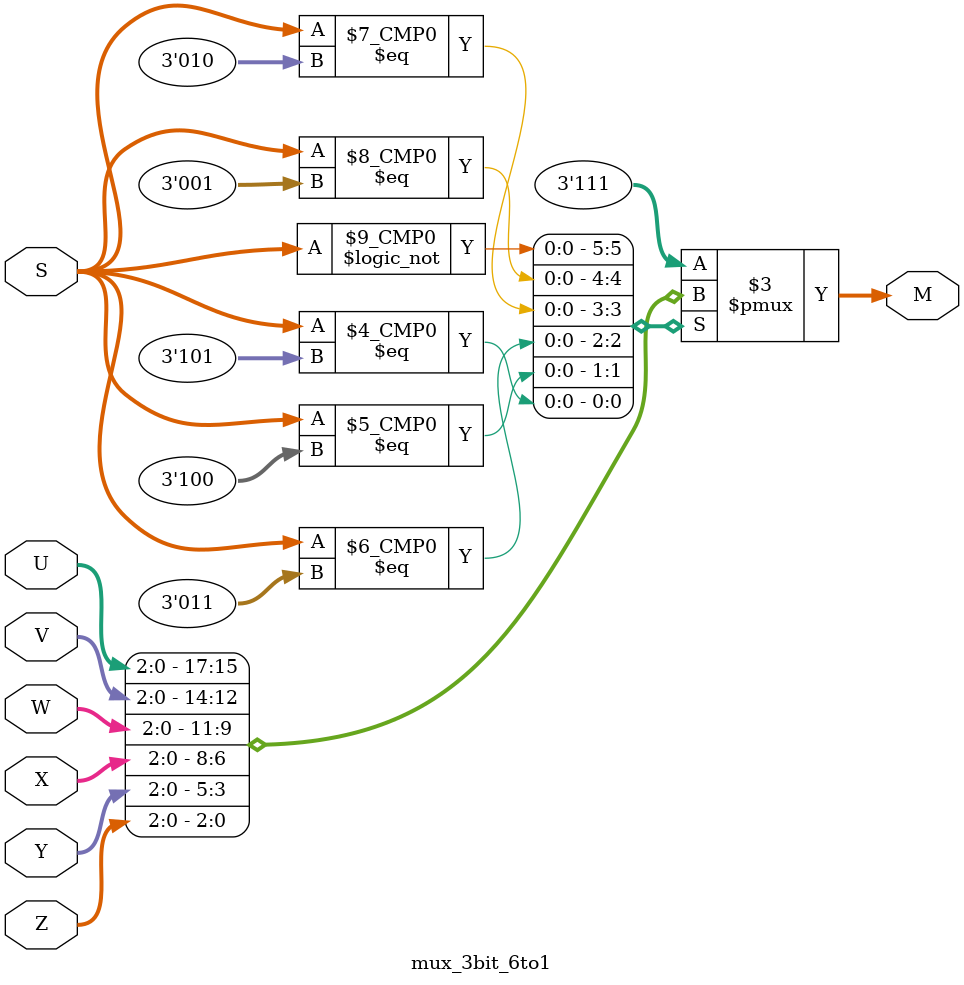
<source format=v>
module mux_3bit_6to1 (S, U, V, W, X, Y, Z, M);
	input [2:0] S, U, V, W, X, Y, Z;
	output reg [2:0] M;
	 // 입력
	always @(S, U, V, W, X, Y, Z)
	begin
		case (S)
			3'b000: M = U;
			3'b001: M = V;
			3'b010: M = W;
			3'b011: M = X;
			3'b100: M = Y;
			3'b101: M = Z;
			default: M = 3'b111;
		endcase
	end

endmodule
</source>
